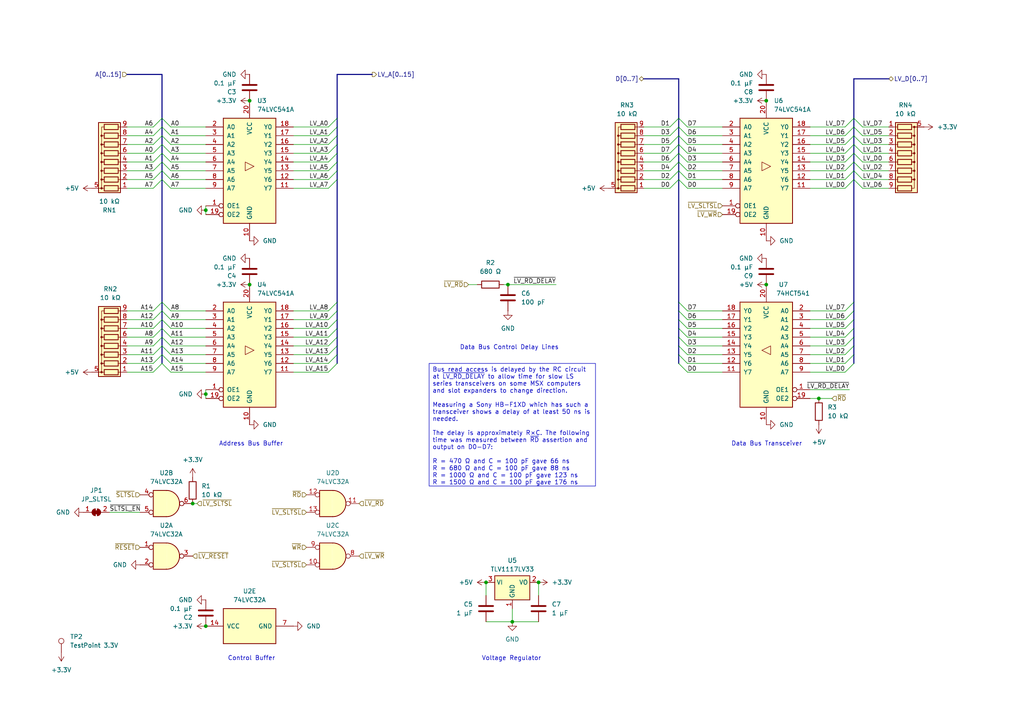
<source format=kicad_sch>
(kicad_sch (version 20250114) (generator "eeschema") (generator_version "9.0")
  (paper "A4")
  (title_block (title "ASCII16-X Mapper XL") (date "2023-12-16") (rev "1") (company "Author: Laurens Holst") (comment 1 "License: MIT") (comment 3 "Supports up to 8 MB Flash ROM (3.3V)") (comment 4 "Extended ASCII16 mapper for MSX"))
  (lib_symbols
    (symbol "#MySymbols:74LVC541A" (pin_names (offset 1.016))
      (property "Reference" "U" (at -7.62 16.51 0))
      (property "Value" "74LVC541A" (at -7.62 -16.51 0))
      (symbol "74LVC541A_1_0"
        (pin input line (at -12.7 12.7 0) (length 5.08) (name "A0") (number "2"))
        (pin input line (at -12.7 10.16 0) (length 5.08) (name "A1") (number "3"))
        (pin input line (at -12.7 7.62 0) (length 5.08) (name "A2") (number "4"))
        (pin input line (at -12.7 5.08 0) (length 5.08) (name "A3") (number "5"))
        (pin input line (at -12.7 2.54 0) (length 5.08) (name "A4") (number "6"))
        (pin input line (at -12.7 0 0) (length 5.08) (name "A5") (number "7"))
        (pin input line (at -12.7 -2.54 0) (length 5.08) (name "A6") (number "8"))
        (pin input line (at -12.7 -5.08 0) (length 5.08) (name "A7") (number "9"))
        (pin input inverted (at -12.7 -10.16 0) (length 5.08) (name "OE1") (number "1"))
        (pin input inverted (at -12.7 -12.7 0) (length 5.08) (name "OE2") (number "19"))
        (pin power_in line (at 0 20.32 270) (length 5.08) (name "VCC") (number "20"))
        (pin power_in line (at 0 -20.32 90) (length 5.08) (name "GND") (number "10"))
        (pin tri_state line (at 12.7 12.7 180) (length 5.08) (name "Y0") (number "18"))
        (pin tri_state line (at 12.7 10.16 180) (length 5.08) (name "Y1") (number "17"))
        (pin tri_state line (at 12.7 7.62 180) (length 5.08) (name "Y2") (number "16"))
        (pin tri_state line (at 12.7 5.08 180) (length 5.08) (name "Y3") (number "15"))
        (pin tri_state line (at 12.7 2.54 180) (length 5.08) (name "Y4") (number "14"))
        (pin tri_state line (at 12.7 0 180) (length 5.08) (name "Y5") (number "13"))
        (pin tri_state line (at 12.7 -2.54 180) (length 5.08) (name "Y6") (number "12"))
        (pin tri_state line (at 12.7 -5.08 180) (length 5.08) (name "Y7") (number "11"))
      )
    )
    (symbol "#MySymbols:R_Network08_SMD_T-Type" (pin_names (offset 0) (hide yes))
      (property "Reference" "RN" (at -12.7 0 90))
      (property "Value" "R_Network08_SMD_T-Type" (at 10.16 0 90))
      (symbol "R_Network08_SMD_T-Type_1_1"
        (pin passive line (at -10.16 5.08 270) (length 2.54) (hide yes) (name "common") (number "10"))
        (pin passive line (at -10.16 5.08 270) (length 2.54) (name "common") (number "5"))
        (pin passive line (at -10.16 -5.08 90) (length 1.27) (name "R1") (number "1"))
        (pin passive line (at -7.62 -5.08 90) (length 1.27) (name "R2") (number "2"))
        (pin passive line (at -5.08 -5.08 90) (length 1.27) (name "R3") (number "3"))
        (pin passive line (at -2.54 -5.08 90) (length 1.27) (name "R4") (number "4"))
        (pin passive line (at 0 -5.08 90) (length 1.27) (name "R5") (number "6"))
        (pin passive line (at 2.54 -5.08 90) (length 1.27) (name "R6") (number "7"))
        (pin passive line (at 5.08 -5.08 90) (length 1.27) (name "R7") (number "8"))
        (pin passive line (at 7.62 -5.08 90) (length 1.27) (name "R8") (number "9"))
      )
    )
    (symbol "+3.3V_1" (power) (pin_numbers (hide yes)) (pin_names (offset 0) (hide yes))
      (property "Value" "+3.3V" (at 0 3.556 0))
      (symbol "+3.3V_1_1_1"
        (pin power_in line (at 0 0 90) (length 0) (name "~") (number "1"))
      )
    )
    (symbol "+5V_1" (power) (pin_numbers (hide yes)) (pin_names (offset 0) (hide yes))
      (property "Value" "+5V" (at 0 3.556 0))
      (symbol "+5V_1_1_1"
        (pin power_in line (at 0 0 90) (length 0) (name "~") (number "1"))
      )
    )
    (symbol "74xx:74LS32" (pin_names (offset 1.016))
      (property "Reference" "U" (at 0 1.27 0))
      (property "Value" "74LS32" (at 0 -1.27 0))
      (symbol "74LS32_1_1"
        (pin input line (at -7.62 2.54 0) (length 4.318) (name "~") (number "1"))
        (pin input line (at -7.62 -2.54 0) (length 4.318) (name "~") (number "2"))
        (pin output line (at 7.62 0 180) (length 3.81) (name "~") (number "3"))
      )
      (symbol "74LS32_1_2"
        (pin input inverted (at -7.62 2.54 0) (length 3.81) (name "~") (number "1"))
        (pin input inverted (at -7.62 -2.54 0) (length 3.81) (name "~") (number "2"))
        (pin output inverted (at 7.62 0 180) (length 3.81) (name "~") (number "3"))
      )
      (symbol "74LS32_2_1"
        (pin input line (at -7.62 2.54 0) (length 4.318) (name "~") (number "4"))
        (pin input line (at -7.62 -2.54 0) (length 4.318) (name "~") (number "5"))
        (pin output line (at 7.62 0 180) (length 3.81) (name "~") (number "6"))
      )
      (symbol "74LS32_2_2"
        (pin input inverted (at -7.62 2.54 0) (length 3.81) (name "~") (number "4"))
        (pin input inverted (at -7.62 -2.54 0) (length 3.81) (name "~") (number "5"))
        (pin output inverted (at 7.62 0 180) (length 3.81) (name "~") (number "6"))
      )
      (symbol "74LS32_3_1"
        (pin input line (at -7.62 2.54 0) (length 4.318) (name "~") (number "9"))
        (pin input line (at -7.62 -2.54 0) (length 4.318) (name "~") (number "10"))
        (pin output line (at 7.62 0 180) (length 3.81) (name "~") (number "8"))
      )
      (symbol "74LS32_3_2"
        (pin input inverted (at -7.62 2.54 0) (length 3.81) (name "~") (number "9"))
        (pin input inverted (at -7.62 -2.54 0) (length 3.81) (name "~") (number "10"))
        (pin output inverted (at 7.62 0 180) (length 3.81) (name "~") (number "8"))
      )
      (symbol "74LS32_4_1"
        (pin input line (at -7.62 2.54 0) (length 4.318) (name "~") (number "12"))
        (pin input line (at -7.62 -2.54 0) (length 4.318) (name "~") (number "13"))
        (pin output line (at 7.62 0 180) (length 3.81) (name "~") (number "11"))
      )
      (symbol "74LS32_4_2"
        (pin input inverted (at -7.62 2.54 0) (length 3.81) (name "~") (number "12"))
        (pin input inverted (at -7.62 -2.54 0) (length 3.81) (name "~") (number "13"))
        (pin output inverted (at 7.62 0 180) (length 3.81) (name "~") (number "11"))
      )
      (symbol "74LS32_5_0"
        (pin power_in line (at 0 12.7 270) (length 5.08) (name "VCC") (number "14"))
        (pin power_in line (at 0 -12.7 90) (length 5.08) (name "GND") (number "7"))
      )
    )
    (symbol "Connector:TestPoint" (pin_numbers (hide yes)) (pin_names (offset 0.762) (hide yes))
      (property "Reference" "TP" (at 0 6.858 0))
      (property "Value" "TestPoint" (at 0 5.08 0))
      (symbol "TestPoint_1_1"
        (pin passive line (at 0 0 90) (length 2.54) (name "1") (number "1"))
      )
    )
    (symbol "Device:C" (pin_numbers (hide yes)) (pin_names (offset 0.254))
      (property "Reference" "C" (at 0.635 2.54 0))
      (property "Value" "C" (at 0.635 -2.54 0))
      (symbol "C_1_1"
        (pin passive line (at 0 3.81 270) (length 2.794) (name "~") (number "1"))
        (pin passive line (at 0 -3.81 90) (length 2.794) (name "~") (number "2"))
      )
    )
    (symbol "Device:R" (pin_numbers (hide yes)) (pin_names (offset 0))
      (property "Reference" "R" (at 2.032 0 90))
      (property "Value" "R" (at 0 0 90))
      (symbol "R_1_1"
        (pin passive line (at 0 3.81 270) (length 1.27) (name "~") (number "1"))
        (pin passive line (at 0 -3.81 90) (length 1.27) (name "~") (number "2"))
      )
    )
    (symbol "GND_1" (power) (pin_numbers (hide yes)) (pin_names (offset 0) (hide yes))
      (property "Value" "GND" (at 0 -3.81 0))
      (symbol "GND_1_1_1"
        (pin power_in line (at 0 0 270) (length 0) (name "~") (number "1"))
      )
    )
    (symbol "Jumper:SolderJumper_2_Bridged" (pin_names (offset 0) (hide yes))
      (property "Reference" "JP" (at 0 2.032 0))
      (property "Value" "SolderJumper_2_Bridged" (at 0 -2.54 0))
      (symbol "SolderJumper_2_Bridged_1_1"
        (pin passive line (at -3.81 0 0) (length 2.54) (name "A") (number "1"))
        (pin passive line (at 3.81 0 180) (length 2.54) (name "B") (number "2"))
      )
    )
    (symbol "Regulator_Linear:LD1117S33TR_SOT223"
      (property "Reference" "U" (at -3.81 3.175 0))
      (property "Value" "LD1117S33TR_SOT223" (at 0 3.175 0))
      (symbol "LD1117S33TR_SOT223_1_1"
        (pin power_in line (at -7.62 0 0) (length 2.54) (name "VI") (number "3"))
        (pin power_in line (at 0 -7.62 90) (length 2.54) (name "GND") (number "1"))
        (pin power_out line (at 7.62 0 180) (length 2.54) (name "VO") (number "2"))
      )
    )
  )
  (text "Data Bus Transceiver" (at 212.09 129.54 0) (effects (font (size 1.27 1.27)) (justify left bottom)))
  (text "Data Bus Control Delay Lines" (at 133.35 101.6 0) (effects (font (size 1.27 1.27)) (justify left bottom)))
  (text "Control Buffer" (at 66.04 191.77 0) (effects (font (size 1.27 1.27)) (justify left bottom)))
  (text "Address Bus Buffer" (at 63.5 129.54 0) (effects (font (size 1.27 1.27)) (justify left bottom)))
  (text "Voltage Regulator" (at 139.7 191.77 0) (effects (font (size 1.27 1.27)) (justify left bottom)))
  (text_box "Bus read access is delayed by the RC circuit at ~{LV_RD_DELAY} to allow time for slow LS series transceivers on some MSX computers and slot expanders to change direction.\n\nMeasuring a Sony HB-F1XD which has such a transceiver shows a delay of at least 50 ns is needed.\n\nThe delay is approximately R×C. The following time was measured between ~{RD} assertion and output on D0-D7:\n\nR = 470 Ω and C = 100 pF gave 66 ns\nR = 680 Ω and C = 100 pF gave 88 ns\nR = 1000 Ω and C = 100 pF gave 123 ns\nR = 1500 Ω and C = 100 pF gave 176 ns" (at 124.46 105.41 0) (size 48.26 35.56) (margins 0.9525 0.9525 0.9525 0.9525) (effects (font (size 1.27 1.27)) (justify left top)))
  (junction (at 222.25 82.55))
  (junction (at 237.49 115.57))
  (junction (at 59.69 60.96))
  (junction (at 72.39 29.21))
  (junction (at 59.69 114.3))
  (junction (at 147.32 82.55))
  (junction (at 55.88 146.05))
  (junction (at 156.21 168.91))
  (junction (at 140.97 168.91))
  (junction (at 222.25 29.21))
  (junction (at 59.69 181.61))
  (junction (at 72.39 82.55))
  (junction (at 148.59 180.34))
  (bus_entry (at 49.53 95.25) (size -2.54 -2.54))
  (bus_entry (at 44.45 107.95) (size 2.54 -2.54))
  (bus_entry (at 95.25 52.07) (size 2.54 -2.54))
  (bus_entry (at 49.53 90.17) (size -2.54 -2.54))
  (bus_entry (at 44.45 39.37) (size 2.54 -2.54))
  (bus_entry (at 95.25 97.79) (size 2.54 -2.54))
  (bus_entry (at 250.19 39.37) (size -2.54 -2.54))
  (bus_entry (at 95.25 44.45) (size 2.54 -2.54))
  (bus_entry (at 199.39 90.17) (size -2.54 -2.54))
  (bus_entry (at 95.25 107.95) (size 2.54 -2.54))
  (bus_entry (at 49.53 54.61) (size -2.54 -2.54))
  (bus_entry (at 49.53 36.83) (size -2.54 -2.54))
  (bus_entry (at 245.11 90.17) (size 2.54 -2.54))
  (bus_entry (at 250.19 46.99) (size -2.54 -2.54))
  (bus_entry (at 44.45 49.53) (size 2.54 -2.54))
  (bus_entry (at 95.25 46.99) (size 2.54 -2.54))
  (bus_entry (at 49.53 46.99) (size -2.54 -2.54))
  (bus_entry (at 250.19 44.45) (size -2.54 -2.54))
  (bus_entry (at 245.11 105.41) (size 2.54 -2.54))
  (bus_entry (at 199.39 105.41) (size -2.54 -2.54))
  (bus_entry (at 199.39 92.71) (size -2.54 -2.54))
  (bus_entry (at 250.19 49.53) (size -2.54 -2.54))
  (bus_entry (at 49.53 44.45) (size -2.54 -2.54))
  (bus_entry (at 194.31 46.99) (size 2.54 -2.54))
  (bus_entry (at 245.11 44.45) (size 2.54 -2.54))
  (bus_entry (at 199.39 36.83) (size -2.54 -2.54))
  (bus_entry (at 95.25 54.61) (size 2.54 -2.54))
  (bus_entry (at 44.45 41.91) (size 2.54 -2.54))
  (bus_entry (at 199.39 100.33) (size -2.54 -2.54))
  (bus_entry (at 44.45 97.79) (size 2.54 -2.54))
  (bus_entry (at 245.11 102.87) (size 2.54 -2.54))
  (bus_entry (at 245.11 52.07) (size 2.54 -2.54))
  (bus_entry (at 49.53 97.79) (size -2.54 -2.54))
  (bus_entry (at 194.31 54.61) (size 2.54 -2.54))
  (bus_entry (at 49.53 52.07) (size -2.54 -2.54))
  (bus_entry (at 245.11 54.61) (size 2.54 -2.54))
  (bus_entry (at 199.39 39.37) (size -2.54 -2.54))
  (bus_entry (at 44.45 102.87) (size 2.54 -2.54))
  (bus_entry (at 245.11 107.95) (size 2.54 -2.54))
  (bus_entry (at 49.53 39.37) (size -2.54 -2.54))
  (bus_entry (at 95.25 41.91) (size 2.54 -2.54))
  (bus_entry (at 44.45 36.83) (size 2.54 -2.54))
  (bus_entry (at 194.31 49.53) (size 2.54 -2.54))
  (bus_entry (at 49.53 100.33) (size -2.54 -2.54))
  (bus_entry (at 95.25 102.87) (size 2.54 -2.54))
  (bus_entry (at 245.11 97.79) (size 2.54 -2.54))
  (bus_entry (at 95.25 95.25) (size 2.54 -2.54))
  (bus_entry (at 194.31 41.91) (size 2.54 -2.54))
  (bus_entry (at 49.53 102.87) (size -2.54 -2.54))
  (bus_entry (at 95.25 49.53) (size 2.54 -2.54))
  (bus_entry (at 194.31 36.83) (size 2.54 -2.54))
  (bus_entry (at 194.31 44.45) (size 2.54 -2.54))
  (bus_entry (at 95.25 105.41) (size 2.54 -2.54))
  (bus_entry (at 245.11 92.71) (size 2.54 -2.54))
  (bus_entry (at 245.11 100.33) (size 2.54 -2.54))
  (bus_entry (at 250.19 41.91) (size -2.54 -2.54))
  (bus_entry (at 245.11 49.53) (size 2.54 -2.54))
  (bus_entry (at 194.31 39.37) (size 2.54 -2.54))
  (bus_entry (at 44.45 54.61) (size 2.54 -2.54))
  (bus_entry (at 245.11 41.91) (size 2.54 -2.54))
  (bus_entry (at 49.53 107.95) (size -2.54 -2.54))
  (bus_entry (at 95.25 92.71) (size 2.54 -2.54))
  (bus_entry (at 199.39 54.61) (size -2.54 -2.54))
  (bus_entry (at 199.39 102.87) (size -2.54 -2.54))
  (bus_entry (at 49.53 105.41) (size -2.54 -2.54))
  (bus_entry (at 44.45 100.33) (size 2.54 -2.54))
  (bus_entry (at 245.11 39.37) (size 2.54 -2.54))
  (bus_entry (at 250.19 54.61) (size -2.54 -2.54))
  (bus_entry (at 199.39 41.91) (size -2.54 -2.54))
  (bus_entry (at 95.25 90.17) (size 2.54 -2.54))
  (bus_entry (at 49.53 49.53) (size -2.54 -2.54))
  (bus_entry (at 250.19 36.83) (size -2.54 -2.54))
  (bus_entry (at 95.25 100.33) (size 2.54 -2.54))
  (bus_entry (at 44.45 90.17) (size 2.54 -2.54))
  (bus_entry (at 44.45 105.41) (size 2.54 -2.54))
  (bus_entry (at 199.39 46.99) (size -2.54 -2.54))
  (bus_entry (at 199.39 52.07) (size -2.54 -2.54))
  (bus_entry (at 199.39 95.25) (size -2.54 -2.54))
  (bus_entry (at 44.45 44.45) (size 2.54 -2.54))
  (bus_entry (at 199.39 44.45) (size -2.54 -2.54))
  (bus_entry (at 44.45 92.71) (size 2.54 -2.54))
  (bus_entry (at 199.39 97.79) (size -2.54 -2.54))
  (bus_entry (at 245.11 36.83) (size 2.54 -2.54))
  (bus_entry (at 44.45 52.07) (size 2.54 -2.54))
  (bus_entry (at 245.11 46.99) (size 2.54 -2.54))
  (bus_entry (at 49.53 41.91) (size -2.54 -2.54))
  (bus_entry (at 199.39 107.95) (size -2.54 -2.54))
  (bus_entry (at 199.39 49.53) (size -2.54 -2.54))
  (bus_entry (at 245.11 95.25) (size 2.54 -2.54))
  (bus_entry (at 250.19 52.07) (size -2.54 -2.54))
  (bus_entry (at 44.45 95.25) (size 2.54 -2.54))
  (bus_entry (at 95.25 36.83) (size 2.54 -2.54))
  (bus_entry (at 194.31 52.07) (size 2.54 -2.54))
  (bus_entry (at 49.53 92.71) (size -2.54 -2.54))
  (bus_entry (at 95.25 39.37) (size 2.54 -2.54))
  (bus_entry (at 44.45 46.99) (size 2.54 -2.54))
  (bus (pts (xy 196.85 52.07) (xy 196.85 87.63)))
  (wire (pts (xy 49.53 105.41) (xy 59.69 105.41)))
  (wire (pts (xy 250.19 49.53) (xy 257.81 49.53)))
  (wire (pts (xy 85.09 44.45) (xy 95.25 44.45)))
  (wire (pts (xy 49.53 52.07) (xy 59.69 52.07)))
  (wire (pts (xy 31.75 148.59) (xy 40.64 148.59)))
  (wire (pts (xy 57.15 146.05) (xy 55.88 146.05)))
  (wire (pts (xy 199.39 39.37) (xy 209.55 39.37)))
  (bus (pts (xy 247.65 97.79) (xy 247.65 100.33)))
  (bus (pts (xy 46.99 21.59) (xy 46.99 34.29)))
  (wire (pts (xy 199.39 100.33) (xy 209.55 100.33)))
  (bus (pts (xy 46.99 90.17) (xy 46.99 92.71)))
  (wire (pts (xy 85.09 100.33) (xy 95.25 100.33)))
  (bus (pts (xy 97.79 41.91) (xy 97.79 44.45)))
  (bus (pts (xy 247.65 95.25) (xy 247.65 97.79)))
  (bus (pts (xy 46.99 102.87) (xy 46.99 105.41)))
  (bus (pts (xy 196.85 49.53) (xy 196.85 46.99)))
  (wire (pts (xy 49.53 90.17) (xy 59.69 90.17)))
  (bus (pts (xy 46.99 46.99) (xy 46.99 49.53)))
  (wire (pts (xy 234.95 41.91) (xy 245.11 41.91)))
  (bus (pts (xy 97.79 49.53) (xy 97.79 52.07)))
  (wire (pts (xy 36.83 92.71) (xy 44.45 92.71)))
  (wire (pts (xy 49.53 36.83) (xy 59.69 36.83)))
  (wire (pts (xy 234.95 52.07) (xy 245.11 52.07)))
  (bus (pts (xy 196.85 97.79) (xy 196.85 100.33)))
  (wire (pts (xy 49.53 41.91) (xy 59.69 41.91)))
  (wire (pts (xy 36.83 39.37) (xy 44.45 39.37)))
  (wire (pts (xy 250.19 54.61) (xy 257.81 54.61)))
  (wire (pts (xy 85.09 92.71) (xy 95.25 92.71)))
  (bus (pts (xy 247.65 41.91) (xy 247.65 44.45)))
  (wire (pts (xy 36.83 36.83) (xy 44.45 36.83)))
  (bus (pts (xy 97.79 34.29) (xy 97.79 36.83)))
  (bus (pts (xy 46.99 87.63) (xy 46.99 90.17)))
  (bus (pts (xy 97.79 21.59) (xy 107.95 21.59)))
  (bus (pts (xy 46.99 36.83) (xy 46.99 39.37)))
  (wire (pts (xy 140.97 180.34) (xy 148.59 180.34)))
  (wire (pts (xy 234.95 95.25) (xy 245.11 95.25)))
  (wire (pts (xy 199.39 44.45) (xy 209.55 44.45)))
  (bus (pts (xy 46.99 100.33) (xy 46.99 102.87)))
  (bus (pts (xy 46.99 34.29) (xy 46.99 36.83)))
  (wire (pts (xy 85.09 46.99) (xy 95.25 46.99)))
  (wire (pts (xy 49.53 107.95) (xy 59.69 107.95)))
  (wire (pts (xy 234.95 97.79) (xy 245.11 97.79)))
  (wire (pts (xy 234.95 102.87) (xy 245.11 102.87)))
  (bus (pts (xy 196.85 44.45) (xy 196.85 46.99)))
  (wire (pts (xy 186.69 41.91) (xy 194.31 41.91)))
  (wire (pts (xy 250.19 44.45) (xy 257.81 44.45)))
  (wire (pts (xy 36.83 107.95) (xy 44.45 107.95)))
  (wire (pts (xy 36.83 46.99) (xy 44.45 46.99)))
  (bus (pts (xy 196.85 34.29) (xy 196.85 22.86)))
  (bus (pts (xy 247.65 22.86) (xy 247.65 34.29)))
  (wire (pts (xy 85.09 52.07) (xy 95.25 52.07)))
  (bus (pts (xy 196.85 95.25) (xy 196.85 97.79)))
  (wire (pts (xy 36.83 105.41) (xy 44.45 105.41)))
  (bus (pts (xy 247.65 39.37) (xy 247.65 41.91)))
  (wire (pts (xy 199.39 52.07) (xy 209.55 52.07)))
  (bus (pts (xy 247.65 100.33) (xy 247.65 102.87)))
  (wire (pts (xy 49.53 44.45) (xy 59.69 44.45)))
  (wire (pts (xy 199.39 105.41) (xy 209.55 105.41)))
  (wire (pts (xy 85.09 95.25) (xy 95.25 95.25)))
  (wire (pts (xy 199.39 41.91) (xy 209.55 41.91)))
  (bus (pts (xy 247.65 34.29) (xy 247.65 36.83)))
  (wire (pts (xy 237.49 115.57) (xy 241.3 115.57)))
  (wire (pts (xy 146.05 82.55) (xy 147.32 82.55)))
  (wire (pts (xy 49.53 95.25) (xy 59.69 95.25)))
  (wire (pts (xy 49.53 46.99) (xy 59.69 46.99)))
  (wire (pts (xy 234.95 100.33) (xy 245.11 100.33)))
  (bus (pts (xy 97.79 44.45) (xy 97.79 46.99)))
  (bus (pts (xy 97.79 87.63) (xy 97.79 90.17)))
  (bus (pts (xy 46.99 39.37) (xy 46.99 41.91)))
  (bus (pts (xy 196.85 36.83) (xy 196.85 34.29)))
  (bus (pts (xy 97.79 36.83) (xy 97.79 39.37)))
  (wire (pts (xy 199.39 97.79) (xy 209.55 97.79)))
  (wire (pts (xy 250.19 36.83) (xy 257.81 36.83)))
  (wire (pts (xy 234.95 107.95) (xy 245.11 107.95)))
  (wire (pts (xy 59.69 60.96) (xy 59.69 62.23)))
  (bus (pts (xy 196.85 41.91) (xy 196.85 44.45)))
  (wire (pts (xy 234.95 39.37) (xy 245.11 39.37)))
  (wire (pts (xy 85.09 102.87) (xy 95.25 102.87)))
  (wire (pts (xy 147.32 82.55) (xy 161.29 82.55)))
  (wire (pts (xy 186.69 44.45) (xy 194.31 44.45)))
  (bus (pts (xy 186.69 22.86) (xy 196.85 22.86)))
  (bus (pts (xy 46.99 97.79) (xy 46.99 100.33)))
  (wire (pts (xy 234.95 115.57) (xy 237.49 115.57)))
  (wire (pts (xy 250.19 41.91) (xy 257.81 41.91)))
  (wire (pts (xy 199.39 102.87) (xy 209.55 102.87)))
  (wire (pts (xy 250.19 46.99) (xy 257.81 46.99)))
  (wire (pts (xy 36.83 54.61) (xy 44.45 54.61)))
  (bus (pts (xy 46.99 41.91) (xy 46.99 44.45)))
  (bus (pts (xy 247.65 52.07) (xy 247.65 87.63)))
  (bus (pts (xy 97.79 102.87) (xy 97.79 105.41)))
  (wire (pts (xy 234.95 54.61) (xy 245.11 54.61)))
  (wire (pts (xy 49.53 39.37) (xy 59.69 39.37)))
  (wire (pts (xy 49.53 49.53) (xy 59.69 49.53)))
  (bus (pts (xy 97.79 39.37) (xy 97.79 41.91)))
  (wire (pts (xy 186.69 54.61) (xy 194.31 54.61)))
  (wire (pts (xy 199.39 54.61) (xy 209.55 54.61)))
  (wire (pts (xy 234.95 90.17) (xy 245.11 90.17)))
  (wire (pts (xy 36.83 44.45) (xy 44.45 44.45)))
  (bus (pts (xy 247.65 36.83) (xy 247.65 39.37)))
  (bus (pts (xy 247.65 92.71) (xy 247.65 95.25)))
  (wire (pts (xy 199.39 92.71) (xy 209.55 92.71)))
  (wire (pts (xy 59.69 114.3) (xy 59.69 115.57)))
  (wire (pts (xy 49.53 100.33) (xy 59.69 100.33)))
  (wire (pts (xy 85.09 105.41) (xy 95.25 105.41)))
  (bus (pts (xy 196.85 92.71) (xy 196.85 95.25)))
  (wire (pts (xy 199.39 107.95) (xy 209.55 107.95)))
  (bus (pts (xy 46.99 52.07) (xy 46.99 87.63)))
  (bus (pts (xy 196.85 92.71) (xy 196.85 90.17)))
  (wire (pts (xy 36.83 95.25) (xy 44.45 95.25)))
  (wire (pts (xy 138.43 82.55) (xy 135.89 82.55)))
  (wire (pts (xy 85.09 107.95) (xy 95.25 107.95)))
  (wire (pts (xy 36.83 90.17) (xy 44.45 90.17)))
  (wire (pts (xy 234.95 36.83) (xy 245.11 36.83)))
  (wire (pts (xy 36.83 102.87) (xy 44.45 102.87)))
  (bus (pts (xy 97.79 90.17) (xy 97.79 92.71)))
  (bus (pts (xy 97.79 46.99) (xy 97.79 49.53)))
  (wire (pts (xy 49.53 97.79) (xy 59.69 97.79)))
  (bus (pts (xy 247.65 49.53) (xy 247.65 52.07)))
  (bus (pts (xy 247.65 22.86) (xy 257.81 22.86)))
  (bus (pts (xy 247.65 102.87) (xy 247.65 105.41)))
  (wire (pts (xy 85.09 49.53) (xy 95.25 49.53)))
  (wire (pts (xy 199.39 49.53) (xy 209.55 49.53)))
  (wire (pts (xy 250.19 39.37) (xy 257.81 39.37)))
  (wire (pts (xy 85.09 90.17) (xy 95.25 90.17)))
  (wire (pts (xy 199.39 36.83) (xy 209.55 36.83)))
  (bus (pts (xy 97.79 95.25) (xy 97.79 97.79)))
  (wire (pts (xy 234.95 113.03) (xy 246.38 113.03)))
  (wire (pts (xy 59.69 59.69) (xy 59.69 60.96)))
  (bus (pts (xy 196.85 49.53) (xy 196.85 52.07)))
  (wire (pts (xy 36.83 100.33) (xy 44.45 100.33)))
  (wire (pts (xy 234.95 92.71) (xy 245.11 92.71)))
  (bus (pts (xy 46.99 49.53) (xy 46.99 52.07)))
  (wire (pts (xy 234.95 105.41) (xy 245.11 105.41)))
  (bus (pts (xy 247.65 44.45) (xy 247.65 46.99)))
  (wire (pts (xy 234.95 46.99) (xy 245.11 46.99)))
  (wire (pts (xy 59.69 113.03) (xy 59.69 114.3)))
  (bus (pts (xy 196.85 102.87) (xy 196.85 100.33)))
  (wire (pts (xy 250.19 52.07) (xy 257.81 52.07)))
  (wire (pts (xy 36.83 97.79) (xy 44.45 97.79)))
  (wire (pts (xy 199.39 95.25) (xy 209.55 95.25)))
  (wire (pts (xy 36.83 49.53) (xy 44.45 49.53)))
  (bus (pts (xy 97.79 92.71) (xy 97.79 95.25)))
  (wire (pts (xy 85.09 97.79) (xy 95.25 97.79)))
  (wire (pts (xy 234.95 44.45) (xy 245.11 44.45)))
  (bus (pts (xy 196.85 90.17) (xy 196.85 87.63)))
  (bus (pts (xy 247.65 87.63) (xy 247.65 90.17)))
  (wire (pts (xy 186.69 52.07) (xy 194.31 52.07)))
  (wire (pts (xy 49.53 92.71) (xy 59.69 92.71)))
  (wire (pts (xy 140.97 172.72) (xy 140.97 168.91)))
  (bus (pts (xy 97.79 97.79) (xy 97.79 100.33)))
  (wire (pts (xy 199.39 90.17) (xy 209.55 90.17)))
  (wire (pts (xy 85.09 41.91) (xy 95.25 41.91)))
  (wire (pts (xy 186.69 46.99) (xy 194.31 46.99)))
  (wire (pts (xy 49.53 54.61) (xy 59.69 54.61)))
  (bus (pts (xy 46.99 21.59) (xy 36.83 21.59)))
  (wire (pts (xy 148.59 180.34) (xy 148.59 176.53)))
  (bus (pts (xy 196.85 39.37) (xy 196.85 41.91)))
  (wire (pts (xy 36.83 52.07) (xy 44.45 52.07)))
  (bus (pts (xy 46.99 44.45) (xy 46.99 46.99)))
  (wire (pts (xy 186.69 49.53) (xy 194.31 49.53)))
  (bus (pts (xy 97.79 100.33) (xy 97.79 102.87)))
  (wire (pts (xy 85.09 39.37) (xy 95.25 39.37)))
  (bus (pts (xy 247.65 46.99) (xy 247.65 49.53)))
  (wire (pts (xy 234.95 49.53) (xy 245.11 49.53)))
  (bus (pts (xy 196.85 102.87) (xy 196.85 105.41)))
  (bus (pts (xy 247.65 90.17) (xy 247.65 92.71)))
  (wire (pts (xy 49.53 102.87) (xy 59.69 102.87)))
  (bus (pts (xy 46.99 95.25) (xy 46.99 97.79)))
  (wire (pts (xy 186.69 36.83) (xy 194.31 36.83)))
  (wire (pts (xy 85.09 54.61) (xy 95.25 54.61)))
  (wire (pts (xy 36.83 41.91) (xy 44.45 41.91)))
  (wire (pts (xy 85.09 36.83) (xy 95.25 36.83)))
  (wire (pts (xy 156.21 172.72) (xy 156.21 168.91)))
  (bus (pts (xy 97.79 52.07) (xy 97.79 87.63)))
  (wire (pts (xy 186.69 39.37) (xy 194.31 39.37)))
  (wire (pts (xy 148.59 180.34) (xy 156.21 180.34)))
  (bus (pts (xy 46.99 92.71) (xy 46.99 95.25)))
  (bus (pts (xy 196.85 39.37) (xy 196.85 36.83)))
  (bus (pts (xy 97.79 21.59) (xy 97.79 34.29)))
  (wire (pts (xy 199.39 46.99) (xy 209.55 46.99)))
  (label "LV_A11" (at 95.25 97.79 180))
  (label "A4" (at 44.45 39.37 180))
  (label "A13" (at 44.45 105.41 180))
  (label "D7" (at 199.39 90.17 0))
  (label "LV_A12" (at 95.25 100.33 180))
  (label "A10" (at 44.45 95.25 180))
  (label "D3" (at 199.39 100.33 0))
  (label "D2" (at 194.31 52.07 180))
  (label "A1" (at 49.53 39.37 0))
  (label "A8" (at 49.53 90.17 0))
  (label "LV_D3" (at 245.11 100.33 180))
  (label "LV_D6" (at 245.11 92.71 180))
  (label "D4" (at 194.31 49.53 180))
  (label "LV_A9" (at 95.25 92.71 180))
  (label "~{LV_RD_DELAY}" (at 246.38 113.03 180))
  (label "A7" (at 44.45 54.61 180))
  (label "A9" (at 49.53 92.71 0))
  (label "A0" (at 49.53 36.83 0))
  (label "LV_A10" (at 95.25 95.25 180))
  (label "LV_A3" (at 95.25 44.45 180))
  (label "LV_D3" (at 250.19 41.91 0))
  (label "D3" (at 194.31 39.37 180))
  (label "A15" (at 49.53 107.95 0))
  (label "D5" (at 199.39 41.91 0))
  (label "D2" (at 199.39 49.53 0))
  (label "A10" (at 49.53 95.25 0))
  (label "LV_A13" (at 95.25 102.87 180))
  (label "A6" (at 44.45 36.83 180))
  (label "LV_D1" (at 250.19 44.45 0))
  (label "A7" (at 49.53 54.61 0))
  (label "D0" (at 194.31 54.61 180))
  (label "A12" (at 49.53 100.33 0))
  (label "D4" (at 199.39 44.45 0))
  (label "A12" (at 44.45 92.71 180))
  (label "LV_D0" (at 250.19 46.99 0))
  (label "A4" (at 49.53 46.99 0))
  (label "LV_A6" (at 95.25 52.07 180))
  (label "D6" (at 199.39 92.71 0))
  (label "A2" (at 44.45 41.91 180))
  (label "LV_D6" (at 250.19 54.61 0))
  (label "D6" (at 194.31 46.99 180))
  (label "~{LV_RD_DELAY}" (at 161.29 82.55 180))
  (label "D1" (at 199.39 105.41 0))
  (label "LV_D5" (at 250.19 39.37 0))
  (label "LV_D7" (at 250.19 36.83 0))
  (label "LV_D7" (at 245.11 36.83 180))
  (label "~{SLTSL_EN}" (at 31.75 148.59 0))
  (label "LV_D4" (at 245.11 97.79 180))
  (label "LV_D3" (at 245.11 46.99 180))
  (label "D5" (at 199.39 95.25 0))
  (label "A1" (at 44.45 46.99 180))
  (label "LV_D2" (at 245.11 49.53 180))
  (label "D1" (at 199.39 52.07 0))
  (label "A6" (at 49.53 52.07 0))
  (label "LV_A14" (at 95.25 105.41 180))
  (label "LV_A15" (at 95.25 107.95 180))
  (label "A5" (at 49.53 49.53 0))
  (label "A14" (at 44.45 90.17 180))
  (label "D2" (at 199.39 102.87 0))
  (label "D0" (at 199.39 107.95 0))
  (label "LV_A1" (at 95.25 39.37 180))
  (label "LV_A0" (at 95.25 36.83 180))
  (label "LV_D5" (at 245.11 41.91 180))
  (label "LV_D0" (at 245.11 107.95 180))
  (label "LV_A4" (at 95.25 46.99 180))
  (label "LV_D1" (at 245.11 105.41 180))
  (label "D1" (at 194.31 36.83 180))
  (label "LV_D6" (at 245.11 39.37 180))
  (label "A3" (at 49.53 44.45 0))
  (label "D4" (at 199.39 97.79 0))
  (label "LV_D4" (at 245.11 44.45 180))
  (label "D7" (at 199.39 36.83 0))
  (label "A0" (at 44.45 44.45 180))
  (label "A3" (at 44.45 49.53 180))
  (label "A9" (at 44.45 100.33 180))
  (label "A14" (at 49.53 105.41 0))
  (label "LV_D2" (at 250.19 49.53 0))
  (label "LV_D5" (at 245.11 95.25 180))
  (label "LV_A8" (at 95.25 90.17 180))
  (label "LV_D1" (at 245.11 52.07 180))
  (label "D0" (at 199.39 54.61 0))
  (label "LV_D7" (at 245.11 90.17 180))
  (label "LV_A7" (at 95.25 54.61 180))
  (label "A8" (at 44.45 97.79 180))
  (label "D3" (at 199.39 46.99 0))
  (label "A15" (at 44.45 107.95 180))
  (label "LV_D4" (at 250.19 52.07 0))
  (label "LV_A5" (at 95.25 49.53 180))
  (label "A2" (at 49.53 41.91 0))
  (label "D6" (at 199.39 39.37 0))
  (label "LV_D0" (at 245.11 54.61 180))
  (label "A11" (at 49.53 97.79 0))
  (label "A5" (at 44.45 52.07 180))
  (label "D7" (at 194.31 44.45 180))
  (label "LV_D2" (at 245.11 102.87 180))
  (label "A11" (at 44.45 102.87 180))
  (label "LV_A2" (at 95.25 41.91 180))
  (label "D5" (at 194.31 41.91 180))
  (label "A13" (at 49.53 102.87 0))
  (hierarchical_label "A[0..15]" (shape input) (at 36.83 21.59 180))
  (hierarchical_label "~{LV_RD}" (shape input) (at 135.89 82.55 180))
  (hierarchical_label "~{WR}" (shape input) (at 88.9 158.75 180))
  (hierarchical_label "~{RD}" (shape input) (at 241.3 115.57 0))
  (hierarchical_label "~{LV_SLTSL}" (shape input) (at 57.15 146.05 0))
  (hierarchical_label "~{RD}" (shape input) (at 88.9 143.51 180))
  (hierarchical_label "D[0..7]" (shape tri_state) (at 186.69 22.86 180))
  (hierarchical_label "~{LV_WR}" (shape input) (at 209.55 62.23 180))
  (hierarchical_label "LV_D[0..7]" (shape tri_state) (at 257.81 22.86 0))
  (hierarchical_label "~{LV_WR}" (shape input) (at 104.14 161.29 0))
  (hierarchical_label "~{SLTSL}" (shape input) (at 40.64 143.51 180))
  (hierarchical_label "~{LV_RESET}" (shape input) (at 55.88 161.29 0))
  (hierarchical_label "~{LV_RD}" (shape input) (at 104.14 146.05 0))
  (hierarchical_label "~{LV_SLTSL}" (shape input) (at 88.9 148.59 180))
  (hierarchical_label "~{RESET}" (shape input) (at 40.64 158.75 180))
  (hierarchical_label "~{LV_SLTSL}" (shape input) (at 209.55 59.69 180))
  (hierarchical_label "LV_A[0..15]" (shape output) (at 107.95 21.59 0))
  (hierarchical_label "~{LV_SLTSL}" (shape input) (at 88.9 163.83 180))
  (symbol (lib_name "GND_1") (lib_id "power:GND") (at 72.39 69.85 90) (unit 1)
    (property "Reference" "#PWR022" (effects (hide yes)))
    (property "Value" "GND" (at 76.2 69.8499 90) (effects (justify right)))
    (property "Description" "Power symbol creates a global label with name \"GND\" , ground" (effects (hide yes)))
  )
  (symbol (lib_name "GND_1") (lib_id "power:GND") (at 85.09 181.61 90) (unit 1)
    (property "Reference" "#PWR026" (effects (hide yes)))
    (property "Value" "GND" (at 88.9 181.6099 90) (effects (justify right)))
    (property "Description" "Power symbol creates a global label with name \"GND\" , ground" (effects (hide yes)))
  )
  (symbol (lib_name "+3.3V_1") (lib_id "power:+3.3V") (at 72.39 82.55 90) (unit 1)
    (property "Reference" "#PWR024" (effects (hide yes)))
    (property "Value" "+3.3V" (at 68.58 82.5499 90) (effects (justify left)))
    (property "Description" "Power symbol creates a global label with name \"+3.3V\"" (effects (hide yes)))
  )
  (symbol (lib_id "Device:C") (at 72.39 78.74 0) (unit 1)
    (property "Reference" "C4" (at 68.58 80.01 0) (effects (justify right)))
    (property "Value" "0.1 µF" (at 68.58 77.47 0) (effects (justify right)))
    (property "Footprint" "Capacitor_SMD:C_0805_2012Metric" (effects (hide yes)))
    (property "Description" "CAP CER 0.1UF 50V X7R 10% 0805" (effects (hide yes)))
    (property "Package" "0805" (effects (hide yes)))
    (property "MPN" "CL21B104KBCNNNC" (effects (hide yes)))
    (property "Type" "SMD" (effects (hide yes)))
    (property "Manufacturer" "Samsung" (effects (hide yes)))
  )
  (symbol (lib_name "GND_1") (lib_id "power:GND") (at 59.69 60.96 270) (unit 1)
    (property "Reference" "#PWR016" (effects (hide yes)))
    (property "Value" "GND" (at 55.88 60.9599 90) (effects (justify right)))
    (property "Description" "Power symbol creates a global label with name \"GND\" , ground" (effects (hide yes)))
  )
  (symbol (lib_name "+3.3V_1") (lib_id "power:+3.3V") (at 267.97 36.83 270) (unit 1)
    (property "Reference" "#PWR039" (effects (hide yes)))
    (property "Value" "+3.3V" (at 271.78 36.8299 90) (effects (justify left)))
    (property "Description" "Power symbol creates a global label with name \"+3.3V\"" (effects (hide yes)))
  )
  (symbol (lib_id "74xx:74LS32") (at 96.52 146.05 0) (unit 4) (convert 2)
    (property "Reference" "U2" (at 96.52 137.16 0))
    (property "Value" "74LVC32A" (at 96.52 139.7 0))
    (property "Footprint" "Package_SO:TSSOP-14_4.4x5mm_P0.65mm" (effects (hide yes)))
    (property "Datasheet" "http://www.ti.com/lit/gpn/SN74LVC32A" (effects (hide yes)))
    (property "Description" "IC GATE OR 4CH 2-INP 14TSSOP" (effects (hide yes)))
    (property "Manufacturer" "Texas Instruments" (effects (hide yes)))
    (property "MPN" "SN74LVC32APWR" (effects (hide yes)))
    (property "Package" "TSSOP-14" (effects (hide yes)))
    (property "Notes" "Align dot on chip with dot on PCB (pin 1)" (effects (hide yes)))
    (property "Type" "SMD" (effects (hide yes)))
    (property "Substitutes" "Texas Instruments SN74LVC32APWT, Nexperia 74LVC32APW,118" (effects (hide yes)))
  )
  (symbol (lib_id "Device:C") (at 140.97 176.53 0) (unit 1)
    (property "Reference" "C5" (at 137.16 175.26 0) (effects (justify right)))
    (property "Value" "1 µF" (at 137.16 177.8 0) (effects (justify right)))
    (property "Footprint" "Capacitor_SMD:C_0805_2012Metric" (effects (hide yes)))
    (property "Description" "CAP CER 1UF 25V X7R 10% 0805" (effects (hide yes)))
    (property "Package" "0805" (effects (hide yes)))
    (property "MPN" "CL21B105KAFNNNE" (effects (hide yes)))
    (property "Type" "SMD" (effects (hide yes)))
    (property "Manufacturer" "Samsung" (effects (hide yes)))
  )
  (symbol (lib_id "Device:R") (at 237.49 119.38 0) (unit 1)
    (property "Reference" "R3" (at 240.03 118.1099 0) (effects (justify left)))
    (property "Value" "10 kΩ" (at 240.03 120.6499 0) (effects (justify left)))
    (property "Footprint" "Resistor_SMD:R_0805_2012Metric" (effects (hide yes)))
    (property "Description" "RES 10K OHM 5% 1/8W 0805" (effects (hide yes)))
    (property "Package" "0805" (effects (hide yes)))
    (property "MPN" "RC0805JR-0710KL" (effects (hide yes)))
    (property "Type" "SMD" (effects (hide yes)))
    (property "Manufacturer" "Yageo" (effects (hide yes)))
  )
  (symbol (lib_id "#MySymbols:74LVC541A") (at 72.39 49.53 0) (unit 1)
    (property "Reference" "U3" (at 74.5841 29.21 0) (effects (justify left)))
    (property "Value" "74LVC541A" (at 74.5841 31.75 0) (effects (justify left)))
    (property "Footprint" "Package_SO:TSSOP-20_4.4x6.5mm_P0.65mm" (effects (hide yes)))
    (property "Datasheet" "http://www.ti.com/lit/gpn/SN74LVC541A" (effects (hide yes)))
    (property "Description" "IC BUF NON-INVERT 3.6V 20TSSOP" (effects (hide yes)))
    (property "Manufacturer" "Texas Instruments" (effects (hide yes)))
    (property "MPN" "SN74LVC541APWR" (effects (hide yes)))
    (property "Package" "TSSOP-20" (effects (hide yes)))
    (property "Notes" "Align dot on chip with dot on PCB (pin 1)" (effects (hide yes)))
    (property "Type" "SMD" (effects (hide yes)))
    (property "Substitutes" "Texas Instruments SN74LVC541APWT, Nexperia 74LVC541APW,118" (effects (hide yes)))
  )
  (symbol (lib_name "+3.3V_1") (lib_id "power:+3.3V") (at 222.25 29.21 90) (unit 1)
    (property "Reference" "#PWR033" (effects (hide yes)))
    (property "Value" "+3.3V" (at 218.44 29.2099 90) (effects (justify left)))
    (property "Description" "Power symbol creates a global label with name \"+3.3V\"" (effects (hide yes)))
  )
  (symbol (lib_id "Device:C") (at 222.25 25.4 0) (unit 1)
    (property "Reference" "C8" (at 218.44 26.67 0) (effects (justify right)))
    (property "Value" "0.1 µF" (at 218.44 24.13 0) (effects (justify right)))
    (property "Footprint" "Capacitor_SMD:C_0805_2012Metric" (effects (hide yes)))
    (property "Description" "CAP CER 0.1UF 50V X7R 10% 0805" (effects (hide yes)))
    (property "Package" "0805" (effects (hide yes)))
    (property "MPN" "CL21B104KBCNNNC" (effects (hide yes)))
    (property "Type" "SMD" (effects (hide yes)))
    (property "Manufacturer" "Samsung" (effects (hide yes)))
  )
  (symbol (lib_name "+3.3V_1") (lib_id "power:+3.3V") (at 55.88 138.43 0) (unit 1)
    (property "Reference" "#PWR015" (effects (hide yes)))
    (property "Value" "+3.3V" (at 55.88 133.35 0))
    (property "Description" "Power symbol creates a global label with name \"+3.3V\"" (effects (hide yes)))
  )
  (symbol (lib_name "GND_1") (lib_id "power:GND") (at 72.39 21.59 270) (unit 1)
    (property "Reference" "#PWR020" (effects (hide yes)))
    (property "Value" "GND" (at 68.58 21.5899 90) (effects (justify right)))
    (property "Description" "Power symbol creates a global label with name \"GND\" , ground" (effects (hide yes)))
  )
  (symbol (lib_name "+5V_1") (lib_id "power:+5V") (at 222.25 82.55 90) (unit 1)
    (property "Reference" "#PWR036" (effects (hide yes)))
    (property "Value" "+5V" (at 218.44 82.5499 90) (effects (justify left)))
    (property "Description" "Power symbol creates a global label with name \"+5V\"" (effects (hide yes)))
  )
  (symbol (lib_id "Jumper:SolderJumper_2_Bridged") (at 27.94 148.59 0) (unit 1) (in_bom no)
    (property "Reference" "JP1" (at 27.94 142.24 0))
    (property "Value" "JP_SLTSL" (at 27.94 144.78 0))
    (property "Footprint" "#MyFootprints:SolderJumper-2_0805_Bridged" (effects (hide yes)))
    (property "Notes" "Do not place" (effects (hide yes)))
  )
  (symbol (lib_id "74xx:74LS32") (at 48.26 146.05 0) (unit 2) (convert 2)
    (property "Reference" "U2" (at 48.26 137.16 0))
    (property "Value" "74LVC32A" (at 48.26 139.7 0))
    (property "Footprint" "Package_SO:TSSOP-14_4.4x5mm_P0.65mm" (effects (hide yes)))
    (property "Datasheet" "http://www.ti.com/lit/gpn/SN74LVC32A" (effects (hide yes)))
    (property "Description" "IC GATE OR 4CH 2-INP 14TSSOP" (effects (hide yes)))
    (property "Manufacturer" "Texas Instruments" (effects (hide yes)))
    (property "MPN" "SN74LVC32APWR" (effects (hide yes)))
    (property "Package" "TSSOP-14" (effects (hide yes)))
    (property "Notes" "Align dot on chip with dot on PCB (pin 1)" (effects (hide yes)))
    (property "Type" "SMD" (effects (hide yes)))
    (property "Substitutes" "Texas Instruments SN74LVC32APWT, Nexperia 74LVC32APW,118" (effects (hide yes)))
  )
  (symbol (lib_name "GND_1") (lib_id "power:GND") (at 222.25 123.19 90) (unit 1)
    (property "Reference" "#PWR037" (effects (hide yes)))
    (property "Value" "GND" (at 226.06 123.1899 90) (effects (justify right)))
    (property "Description" "Power symbol creates a global label with name \"GND\" , ground" (effects (hide yes)))
  )
  (symbol (lib_id "#MySymbols:R_Network08_SMD_T-Type") (at 262.89 46.99 270) (unit 1)
    (property "Reference" "RN4" (at 262.636 30.48 90))
    (property "Value" "10 kΩ" (at 262.636 33.02 90))
    (property "Footprint" "Resistor_SMD:R_Array_Convex_5x0603" (effects (hide yes)))
    (property "Datasheet" "https://www.yageo.com/upload/media/product/app/datasheet/rchip/pyu-yc_tc_group_51_rohs_l.pdf" (effects (hide yes)))
    (property "Description" "RES ARRAY 8 RES 10K OHM 1206" (effects (hide yes)))
    (property "MPN" "YC158TJR-0710KL" (effects (hide yes)))
    (property "Manufacturer" "Yageo" (effects (hide yes)))
    (property "Package" "1206" (effects (hide yes)))
    (property "Type" "SMD" (effects (hide yes)))
  )
  (symbol (lib_id "Regulator_Linear:LD1117S33TR_SOT223") (at 148.59 168.91 0) (unit 1)
    (property "Reference" "U5" (at 148.59 162.56 0))
    (property "Value" "TLV1117LV33" (at 148.59 165.1 0))
    (property "Footprint" "Package_TO_SOT_SMD:SOT-223-3_TabPin2" (effects (hide yes)))
    (property "Datasheet" "https://www.ti.com/lit/gpn/TLV1117LV" (effects (hide yes)))
    (property "Description" "IC REG LINEAR 3.3V 1A SOT223-4" (effects (hide yes)))
    (property "Manufacturer" "Texas Instruments" (effects (hide yes)))
    (property "MPN" "TLV1117LV33DCYR" (effects (hide yes)))
    (property "Package" "SOT-223-4" (effects (hide yes)))
    (property "Notes" "Align dot on chip with dot on PCB (pin 1)" (effects (hide yes)))
    (property "Type" "SMD" (effects (hide yes)))
    (property "Substitutes" "Texas Instruments TLV1117LV33DCYT" (effects (hide yes)))
  )
  (symbol (lib_name "GND_1") (lib_id "power:GND") (at 59.69 114.3 270) (unit 1)
    (property "Reference" "#PWR017" (effects (hide yes)))
    (property "Value" "GND" (at 55.88 114.2999 90) (effects (justify right)))
    (property "Description" "Power symbol creates a global label with name \"GND\" , ground" (effects (hide yes)))
  )
  (symbol (lib_id "#MySymbols:R_Network08_SMD_T-Type") (at 31.75 44.45 90) (unit 1)
    (property "Reference" "RN1" (at 31.75 60.96 90))
    (property "Value" "10 kΩ" (at 31.75 58.42 90))
    (property "Footprint" "Resistor_SMD:R_Array_Convex_5x0603" (effects (hide yes)))
    (property "Datasheet" "https://www.yageo.com/upload/media/product/app/datasheet/rchip/pyu-yc_tc_group_51_rohs_l.pdf" (effects (hide yes)))
    (property "Description" "RES ARRAY 8 RES 10K OHM 1206" (effects (hide yes)))
    (property "MPN" "YC158TJR-0710KL" (effects (hide yes)))
    (property "Manufacturer" "Yageo" (effects (hide yes)))
    (property "Package" "1206" (effects (hide yes)))
    (property "Type" "SMD" (effects (hide yes)))
  )
  (symbol (lib_id "Device:C") (at 156.21 176.53 0) (unit 1)
    (property "Reference" "C7" (at 160.02 175.26 0) (effects (justify left)))
    (property "Value" "1 µF" (at 160.02 177.8 0) (effects (justify left)))
    (property "Footprint" "Capacitor_SMD:C_0805_2012Metric" (effects (hide yes)))
    (property "Description" "CAP CER 1UF 25V X7R 10% 0805" (effects (hide yes)))
    (property "Package" "0805" (effects (hide yes)))
    (property "MPN" "CL21B105KAFNNNE" (effects (hide yes)))
    (property "Type" "SMD" (effects (hide yes)))
    (property "Manufacturer" "Samsung" (effects (hide yes)))
  )
  (symbol (lib_name "+3.3V_1") (lib_id "power:+3.3V") (at 72.39 29.21 90) (unit 1)
    (property "Reference" "#PWR021" (effects (hide yes)))
    (property "Value" "+3.3V" (at 68.58 29.2099 90) (effects (justify left)))
    (property "Description" "Power symbol creates a global label with name \"+3.3V\"" (effects (hide yes)))
  )
  (symbol (lib_id "74xx:74LS32") (at 72.39 181.61 90) (unit 5)
    (property "Reference" "U2" (at 72.39 171.45 90))
    (property "Value" "74LVC32A" (at 72.39 173.99 90))
    (property "Footprint" "Package_SO:TSSOP-14_4.4x5mm_P0.65mm" (effects (hide yes)))
    (property "Datasheet" "http://www.ti.com/lit/gpn/SN74LVC32A" (effects (hide yes)))
    (property "Description" "IC GATE OR 4CH 2-INP 14TSSOP" (effects (hide yes)))
    (property "Manufacturer" "Texas Instruments" (effects (hide yes)))
    (property "MPN" "SN74LVC32APWR" (effects (hide yes)))
    (property "Package" "TSSOP-14" (effects (hide yes)))
    (property "Notes" "Align dot on chip with dot on PCB (pin 1)" (effects (hide yes)))
    (property "Type" "SMD" (effects (hide yes)))
    (property "Substitutes" "Texas Instruments SN74LVC32APWT, Nexperia 74LVC32APW,118" (effects (hide yes)))
  )
  (symbol (lib_name "GND_1") (lib_id "power:GND") (at 222.25 69.85 90) (unit 1)
    (property "Reference" "#PWR034" (effects (hide yes)))
    (property "Value" "GND" (at 226.06 69.8499 90) (effects (justify right)))
    (property "Description" "Power symbol creates a global label with name \"GND\" , ground" (effects (hide yes)))
  )
  (symbol (lib_id "74xx:74LS32") (at 96.52 161.29 0) (unit 3) (convert 2)
    (property "Reference" "U2" (at 96.52 152.4 0))
    (property "Value" "74LVC32A" (at 96.52 154.94 0))
    (property "Footprint" "Package_SO:TSSOP-14_4.4x5mm_P0.65mm" (effects (hide yes)))
    (property "Datasheet" "http://www.ti.com/lit/gpn/SN74LVC32A" (effects (hide yes)))
    (property "Description" "IC GATE OR 4CH 2-INP 14TSSOP" (effects (hide yes)))
    (property "Manufacturer" "Texas Instruments" (effects (hide yes)))
    (property "MPN" "SN74LVC32APWR" (effects (hide yes)))
    (property "Package" "TSSOP-14" (effects (hide yes)))
    (property "Notes" "Align dot on chip with dot on PCB (pin 1)" (effects (hide yes)))
    (property "Type" "SMD" (effects (hide yes)))
    (property "Substitutes" "Texas Instruments SN74LVC32APWT, Nexperia 74LVC32APW,118" (effects (hide yes)))
  )
  (symbol (lib_id "#MySymbols:74LVC541A") (at 72.39 102.87 0) (unit 1)
    (property "Reference" "U4" (at 74.5841 82.55 0) (effects (justify left)))
    (property "Value" "74LVC541A" (at 74.5841 85.09 0) (effects (justify left)))
    (property "Footprint" "Package_SO:TSSOP-20_4.4x6.5mm_P0.65mm" (effects (hide yes)))
    (property "Datasheet" "http://www.ti.com/lit/gpn/SN74LVC541A" (effects (hide yes)))
    (property "Description" "IC BUF NON-INVERT 3.6V 20TSSOP" (effects (hide yes)))
    (property "MPN" "SN74LVC541APWR" (effects (hide yes)))
    (property "Manufacturer" "Texas Instruments" (effects (hide yes)))
    (property "Package" "TSSOP-20" (effects (hide yes)))
    (property "Notes" "Align dot on chip with dot on PCB (pin 1)" (effects (hide yes)))
    (property "Type" "SMD" (effects (hide yes)))
    (property "Substitutes" "Texas Instruments SN74LVC541APWT, Nexperia 74LVC541APW,118" (effects (hide yes)))
  )
  (symbol (lib_name "GND_1") (lib_id "power:GND") (at 147.32 90.17 0) (unit 1)
    (property "Reference" "#PWR028" (effects (hide yes)))
    (property "Value" "GND" (at 147.32 95.25 0))
    (property "Description" "Power symbol creates a global label with name \"GND\" , ground" (effects (hide yes)))
  )
  (symbol (lib_name "+3.3V_1") (lib_id "power:+3.3V") (at 17.78 189.23 180) (unit 1)
    (property "Reference" "#PWR010" (effects (hide yes)))
    (property "Value" "+3.3V" (at 17.78 194.31 0))
    (property "Description" "Power symbol creates a global label with name \"+3.3V\"" (effects (hide yes)))
  )
  (symbol (lib_id "74xx:74LS32") (at 48.26 161.29 0) (unit 1) (convert 2)
    (property "Reference" "U2" (at 48.26 152.4 0))
    (property "Value" "74LVC32A" (at 48.26 154.94 0))
    (property "Footprint" "Package_SO:TSSOP-14_4.4x5mm_P0.65mm" (effects (hide yes)))
    (property "Datasheet" "http://www.ti.com/lit/gpn/SN74LVC32A" (effects (hide yes)))
    (property "Description" "IC GATE OR 4CH 2-INP 14TSSOP" (effects (hide yes)))
    (property "Manufacturer" "Texas Instruments" (effects (hide yes)))
    (property "MPN" "SN74LVC32APWR" (effects (hide yes)))
    (property "Package" "TSSOP-14" (effects (hide yes)))
    (property "Notes" "Align dot on chip with dot on PCB (pin 1)" (effects (hide yes)))
    (property "Type" "SMD" (effects (hide yes)))
    (property "Substitutes" "Texas Instruments SN74LVC32APWT, Nexperia 74LVC32APW,118" (effects (hide yes)))
  )
  (symbol (lib_id "Device:C") (at 147.32 86.36 0) (unit 1)
    (property "Reference" "C6" (at 151.13 85.0899 0) (effects (justify left)))
    (property "Value" "100 pF" (at 151.13 87.6299 0) (effects (justify left)))
    (property "Footprint" "Capacitor_SMD:C_0805_2012Metric" (effects (hide yes)))
    (property "Description" "CAP CER 100PF 50V C0G 5% 0805" (effects (hide yes)))
    (property "Package" "0805" (effects (hide yes)))
    (property "MPN" "CL21C101JBANNNC" (effects (hide yes)))
    (property "Type" "SMD" (effects (hide yes)))
    (property "Manufacturer" "Samsung" (effects (hide yes)))
  )
  (symbol (lib_id "Device:R") (at 142.24 82.55 90) (unit 1)
    (property "Reference" "R2" (at 142.24 76.2 90))
    (property "Value" "680 Ω" (at 142.24 78.74 90))
    (property "Footprint" "Resistor_SMD:R_0805_2012Metric" (effects (hide yes)))
    (property "Description" "RES 680 OHM 5% 1/8W 0805" (effects (hide yes)))
    (property "Package" "0805" (effects (hide yes)))
    (property "MPN" "RC0805JR-07680RL" (effects (hide yes)))
    (property "Type" "SMD" (effects (hide yes)))
    (property "Manufacturer" "Yageo" (effects (hide yes)))
  )
  (symbol (lib_id "#MySymbols:74LVC541A") (at 222.25 102.87 0) (mirror y) (unit 1)
    (property "Reference" "U7" (at 228.6 82.55 0) (effects (justify left)))
    (property "Value" "74HCT541" (at 234.95 85.09 0) (effects (justify left)))
    (property "Footprint" "Package_SO:TSSOP-20_4.4x6.5mm_P0.65mm" (effects (hide yes)))
    (property "Datasheet" "http://www.ti.com/lit/gpn/SN74HCT541" (effects (hide yes)))
    (property "Description" "IC BUF NON-INVERT 5.5V 20TSSOP" (effects (hide yes)))
    (property "MPN" "SN74HCT541PWR" (effects (hide yes)))
    (property "Manufacturer" "Texas Instruments" (effects (hide yes)))
    (property "Package" "TSSOP-20" (effects (hide yes)))
    (property "Notes" "Align dot on chip with dot on PCB (pin 1)" (effects (hide yes)))
    (property "Type" "SMD" (effects (hide yes)))
    (property "Substitutes" "Texas Instruments SN74HCT541PWT, Nexperia 74HCT541PW,118" (effects (hide yes)))
  )
  (symbol (lib_id "Device:R") (at 55.88 142.24 0) (unit 1)
    (property "Reference" "R1" (at 58.42 140.97 0) (effects (justify left)))
    (property "Value" "10 kΩ" (at 58.42 143.51 0) (effects (justify left)))
    (property "Footprint" "Resistor_SMD:R_0805_2012Metric" (effects (hide yes)))
    (property "Description" "RES 10K OHM 5% 1/8W 0805" (effects (hide yes)))
    (property "Package" "0805" (effects (hide yes)))
    (property "MPN" "RC0805JR-0710KL" (effects (hide yes)))
    (property "Type" "SMD" (effects (hide yes)))
    (property "Manufacturer" "Yageo" (effects (hide yes)))
  )
  (symbol (lib_name "GND_1") (lib_id "power:GND") (at 72.39 123.19 90) (unit 1)
    (property "Reference" "#PWR025" (effects (hide yes)))
    (property "Value" "GND" (at 76.2 123.1899 90) (effects (justify right)))
    (property "Description" "Power symbol creates a global label with name \"GND\" , ground" (effects (hide yes)))
  )
  (symbol (lib_name "+5V_1") (lib_id "power:+5V") (at 176.53 54.61 90) (unit 1)
    (property "Reference" "#PWR031" (effects (hide yes)))
    (property "Value" "+5V" (at 172.72 54.6099 90) (effects (justify left)))
    (property "Description" "Power symbol creates a global label with name \"+5V\"" (effects (hide yes)))
  )
  (symbol (lib_name "+5V_1") (lib_id "power:+5V") (at 26.67 107.95 90) (unit 1)
    (property "Reference" "#PWR013" (effects (hide yes)))
    (property "Value" "+5V" (at 22.86 107.9499 90) (effects (justify left)))
    (property "Description" "Power symbol creates a global label with name \"+5V\"" (effects (hide yes)))
  )
  (symbol (lib_id "#MySymbols:R_Network08_SMD_T-Type") (at 31.75 97.79 90) (unit 1)
    (property "Reference" "RN2" (at 32.004 83.82 90))
    (property "Value" "10 kΩ" (at 32.004 86.36 90))
    (property "Footprint" "Resistor_SMD:R_Array_Convex_5x0603" (effects (hide yes)))
    (property "Datasheet" "https://www.yageo.com/upload/media/product/app/datasheet/rchip/pyu-yc_tc_group_51_rohs_l.pdf" (effects (hide yes)))
    (property "Description" "RES ARRAY 8 RES 10K OHM 1206" (effects (hide yes)))
    (property "MPN" "YC158TJR-0710KL" (effects (hide yes)))
    (property "Manufacturer" "Yageo" (effects (hide yes)))
    (property "Package" "1206" (effects (hide yes)))
    (property "Type" "SMD" (effects (hide yes)))
  )
  (symbol (lib_name "+3.3V_1") (lib_id "power:+3.3V") (at 156.21 168.91 270) (unit 1)
    (property "Reference" "#PWR030" (effects (hide yes)))
    (property "Value" "+3.3V" (at 160.02 168.9099 90) (effects (justify left)))
    (property "Description" "Power symbol creates a global label with name \"+3.3V\"" (effects (hide yes)))
  )
  (symbol (lib_name "+5V_1") (lib_id "power:+5V") (at 26.67 54.61 90) (unit 1)
    (property "Reference" "#PWR012" (effects (hide yes)))
    (property "Value" "+5V" (at 22.86 54.6099 90) (effects (justify left)))
    (property "Description" "Power symbol creates a global label with name \"+5V\"" (effects (hide yes)))
  )
  (symbol (lib_id "Device:C") (at 72.39 25.4 0) (unit 1)
    (property "Reference" "C3" (at 68.58 26.67 0) (effects (justify right)))
    (property "Value" "0.1 µF" (at 68.58 24.13 0) (effects (justify right)))
    (property "Footprint" "Capacitor_SMD:C_0805_2012Metric" (effects (hide yes)))
    (property "Description" "CAP CER 0.1UF 50V X7R 10% 0805" (effects (hide yes)))
    (property "Package" "0805" (effects (hide yes)))
    (property "MPN" "CL21B104KBCNNNC" (effects (hide yes)))
    (property "Type" "SMD" (effects (hide yes)))
    (property "Manufacturer" "Samsung" (effects (hide yes)))
  )
  (symbol (lib_name "GND_1") (lib_id "power:GND") (at 222.25 74.93 270) (unit 1)
    (property "Reference" "#PWR035" (effects (hide yes)))
    (property "Value" "GND" (at 218.44 74.9299 90) (effects (justify right)))
    (property "Description" "Power symbol creates a global label with name \"GND\" , ground" (effects (hide yes)))
  )
  (symbol (lib_name "GND_1") (lib_id "power:GND") (at 24.13 148.59 270) (unit 1)
    (property "Reference" "#PWR011" (effects (hide yes)))
    (property "Value" "GND" (at 20.32 148.5899 90) (effects (justify right)))
    (property "Description" "Power symbol creates a global label with name \"GND\" , ground" (effects (hide yes)))
  )
  (symbol (lib_id "Device:C") (at 222.25 78.74 0) (unit 1)
    (property "Reference" "C9" (at 218.44 80.01 0) (effects (justify right)))
    (property "Value" "0.1 µF" (at 218.44 77.47 0) (effects (justify right)))
    (property "Footprint" "Capacitor_SMD:C_0805_2012Metric" (effects (hide yes)))
    (property "Description" "CAP CER 0.1UF 50V X7R 10% 0805" (effects (hide yes)))
    (property "Package" "0805" (effects (hide yes)))
    (property "MPN" "CL21B104KBCNNNC" (effects (hide yes)))
    (property "Type" "SMD" (effects (hide yes)))
    (property "Manufacturer" "Samsung" (effects (hide yes)))
  )
  (symbol (lib_name "GND_1") (lib_id "power:GND") (at 72.39 74.93 270) (unit 1)
    (property "Reference" "#PWR023" (effects (hide yes)))
    (property "Value" "GND" (at 68.58 74.9299 90) (effects (justify right)))
    (property "Description" "Power symbol creates a global label with name \"GND\" , ground" (effects (hide yes)))
  )
  (symbol (lib_id "Connector:TestPoint") (at 17.78 189.23 0) (unit 1) (in_bom no)
    (property "Reference" "TP2" (at 20.32 184.658 0) (effects (justify left)))
    (property "Value" "TestPoint 3.3V" (at 20.32 187.198 0) (effects (justify left)))
    (property "Footprint" "TestPoint:TestPoint_Pad_D1.5mm" (effects (hide yes)))
    (property "Notes" "Do not place" (effects (hide yes)))
  )
  (symbol (lib_id "#MySymbols:R_Network08_SMD_T-Type") (at 181.61 44.45 90) (unit 1)
    (property "Reference" "RN3" (at 181.864 30.48 90))
    (property "Value" "10 kΩ" (at 181.864 33.02 90))
    (property "Footprint" "Resistor_SMD:R_Array_Convex_5x0603" (effects (hide yes)))
    (property "Datasheet" "https://www.yageo.com/upload/media/product/app/datasheet/rchip/pyu-yc_tc_group_51_rohs_l.pdf" (effects (hide yes)))
    (property "Description" "RES ARRAY 8 RES 10K OHM 1206" (effects (hide yes)))
    (property "MPN" "YC158TJR-0710KL" (effects (hide yes)))
    (property "Manufacturer" "Yageo" (effects (hide yes)))
    (property "Package" "1206" (effects (hide yes)))
    (property "Type" "SMD" (effects (hide yes)))
  )
  (symbol (lib_name "GND_1") (lib_id "power:GND") (at 59.69 173.99 270) (unit 1)
    (property "Reference" "#PWR018" (effects (hide yes)))
    (property "Value" "GND" (at 55.88 173.9899 90) (effects (justify right)))
    (property "Description" "Power symbol creates a global label with name \"GND\" , ground" (effects (hide yes)))
  )
  (symbol (lib_id "Device:C") (at 59.69 177.8 0) (unit 1)
    (property "Reference" "C2" (at 55.88 179.07 0) (effects (justify right)))
    (property "Value" "0.1 µF" (at 55.88 176.53 0) (effects (justify right)))
    (property "Footprint" "Capacitor_SMD:C_0805_2012Metric" (effects (hide yes)))
    (property "Description" "CAP CER 0.1UF 50V X7R 10% 0805" (effects (hide yes)))
    (property "Package" "0805" (effects (hide yes)))
    (property "MPN" "CL21B104KBCNNNC" (effects (hide yes)))
    (property "Type" "SMD" (effects (hide yes)))
    (property "Manufacturer" "Samsung" (effects (hide yes)))
  )
  (symbol (lib_id "#MySymbols:74LVC541A") (at 222.25 49.53 0) (unit 1)
    (property "Reference" "U6" (at 224.4441 29.21 0) (effects (justify left)))
    (property "Value" "74LVC541A" (at 224.4441 31.75 0) (effects (justify left)))
    (property "Footprint" "Package_SO:TSSOP-20_4.4x6.5mm_P0.65mm" (effects (hide yes)))
    (property "Datasheet" "http://www.ti.com/lit/gpn/SN74LVC541A" (effects (hide yes)))
    (property "Description" "IC BUF NON-INVERT 3.6V 20TSSOP" (effects (hide yes)))
    (property "Manufacturer" "Texas Instruments" (effects (hide yes)))
    (property "MPN" "SN74LVC541APWR" (effects (hide yes)))
    (property "Package" "TSSOP-20" (effects (hide yes)))
    (property "Notes" "Align dot on chip with dot on PCB (pin 1)" (effects (hide yes)))
    (property "Type" "SMD" (effects (hide yes)))
    (property "Substitutes" "Texas Instruments SN74LVC541APWT, Nexperia 74LVC541APW,118" (effects (hide yes)))
  )
  (symbol (lib_name "+3.3V_1") (lib_id "power:+3.3V") (at 59.69 181.61 90) (unit 1)
    (property "Reference" "#PWR019" (effects (hide yes)))
    (property "Value" "+3.3V" (at 55.88 181.6099 90) (effects (justify left)))
    (property "Description" "Power symbol creates a global label with name \"+3.3V\"" (effects (hide yes)))
  )
  (symbol (lib_name "GND_1") (lib_id "power:GND") (at 148.59 180.34 0) (unit 1)
    (property "Reference" "#PWR029" (effects (hide yes)))
    (property "Value" "GND" (at 148.59 185.42 0))
    (property "Description" "Power symbol creates a global label with name \"GND\" , ground" (effects (hide yes)))
  )
  (symbol (lib_name "+5V_1") (lib_id "power:+5V") (at 140.97 168.91 90) (unit 1)
    (property "Reference" "#PWR027" (effects (hide yes)))
    (property "Value" "+5V" (at 137.16 168.9099 90) (effects (justify left)))
    (property "Description" "Power symbol creates a global label with name \"+5V\"" (effects (hide yes)))
  )
  (symbol (lib_name "+5V_1") (lib_id "power:+5V") (at 237.49 123.19 180) (unit 1)
    (property "Reference" "#PWR038" (effects (hide yes)))
    (property "Value" "+5V" (at 237.49 128.27 0))
    (property "Description" "Power symbol creates a global label with name \"+5V\"" (effects (hide yes)))
  )
  (symbol (lib_name "GND_1") (lib_id "power:GND") (at 40.64 163.83 270) (unit 1)
    (property "Reference" "#PWR014" (effects (hide yes)))
    (property "Value" "GND" (at 36.83 163.8299 90) (effects (justify right)))
    (property "Description" "Power symbol creates a global label with name \"GND\" , ground" (effects (hide yes)))
  )
  (symbol (lib_name "GND_1") (lib_id "power:GND") (at 222.25 21.59 270) (unit 1)
    (property "Reference" "#PWR032" (effects (hide yes)))
    (property "Value" "GND" (at 218.44 21.5899 90) (effects (justify right)))
    (property "Description" "Power symbol creates a global label with name \"GND\" , ground" (effects (hide yes)))
  )
)
</source>
